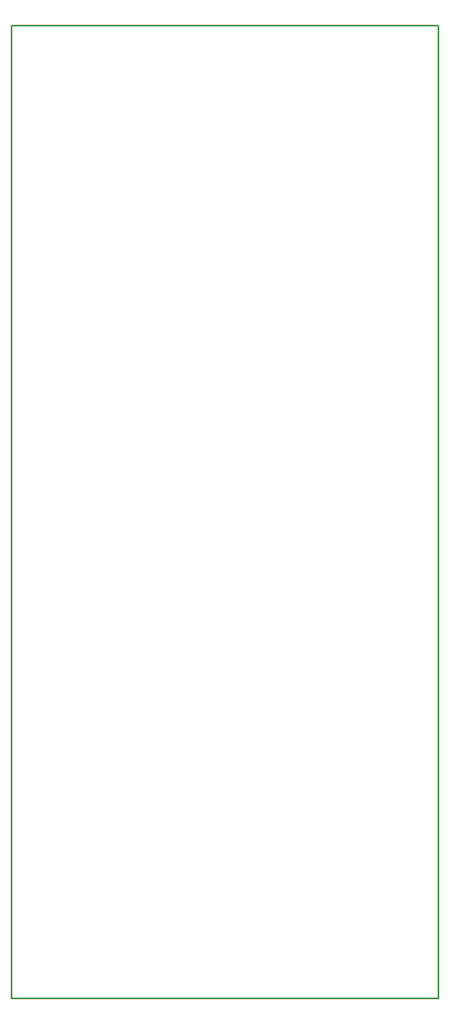
<source format=gm1>
G04 MADE WITH FRITZING*
G04 WWW.FRITZING.ORG*
G04 DOUBLE SIDED*
G04 HOLES PLATED*
G04 CONTOUR ON CENTER OF CONTOUR VECTOR*
%ASAXBY*%
%FSLAX23Y23*%
%MOIN*%
%OFA0B0*%
%SFA1.0B1.0*%
%ADD10R,1.732280X3.937010*%
%ADD11C,0.008000*%
%ADD10C,0.008*%
%LNCONTOUR*%
G90*
G70*
G54D10*
G54D11*
X4Y3933D02*
X1728Y3933D01*
X1728Y4D01*
X4Y4D01*
X4Y3933D01*
D02*
G04 End of contour*
M02*
</source>
